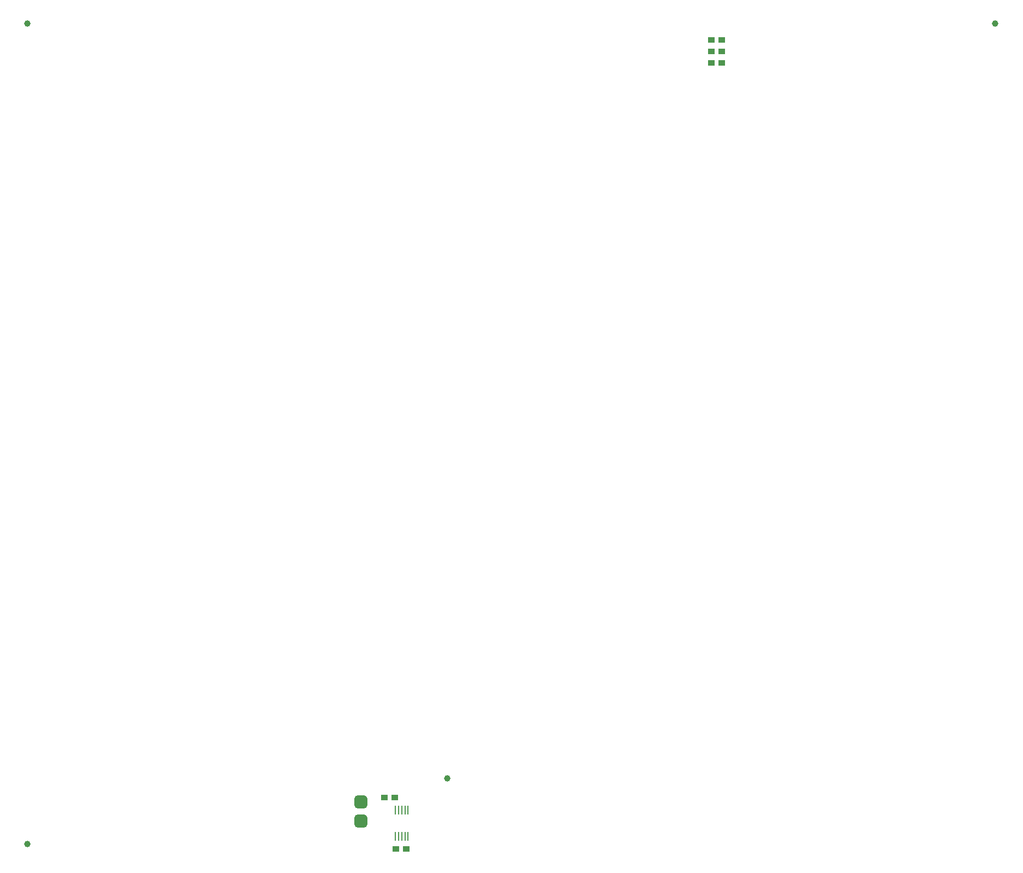
<source format=gbp>
%FSAX25Y25*%
%MOIN*%
G70*
G01*
G75*
G04 Layer_Color=128*
%ADD10C,0.00787*%
%ADD11C,0.03937*%
%ADD12C,0.02362*%
%ADD13C,0.10000*%
%ADD14C,0.00800*%
%ADD15C,0.03937*%
%ADD16C,0.00600*%
%ADD17C,0.05000*%
%ADD18C,0.01200*%
%ADD19C,0.02000*%
%ADD20C,0.06496*%
%ADD21R,0.06496X0.06496*%
%ADD22C,0.18110*%
%ADD23C,0.03600*%
%ADD24O,0.00984X0.05709*%
%ADD25R,0.03937X0.03740*%
G04:AMPARAMS|DCode=26|XSize=78.74mil|YSize=78.74mil|CornerRadius=19.69mil|HoleSize=0mil|Usage=FLASHONLY|Rotation=0.000|XOffset=0mil|YOffset=0mil|HoleType=Round|Shape=RoundedRectangle|*
%AMROUNDEDRECTD26*
21,1,0.07874,0.03937,0,0,0.0*
21,1,0.03937,0.07874,0,0,0.0*
1,1,0.03937,0.01969,-0.01969*
1,1,0.03937,-0.01969,-0.01969*
1,1,0.03937,-0.01969,0.01969*
1,1,0.03937,0.01969,0.01969*
%
%ADD26ROUNDEDRECTD26*%
%ADD27C,0.01000*%
%ADD28C,0.02500*%
%ADD29C,0.07874*%
%ADD30C,0.07096*%
%ADD31R,0.07096X0.07096*%
%ADD32C,0.18710*%
%ADD33O,0.01584X0.06309*%
%ADD34R,0.04537X0.04340*%
G04:AMPARAMS|DCode=35|XSize=84.74mil|YSize=84.74mil|CornerRadius=22.69mil|HoleSize=0mil|Usage=FLASHONLY|Rotation=0.000|XOffset=0mil|YOffset=0mil|HoleType=Round|Shape=RoundedRectangle|*
%AMROUNDEDRECTD35*
21,1,0.08474,0.03937,0,0,0.0*
21,1,0.03937,0.08474,0,0,0.0*
1,1,0.04537,0.01969,-0.01969*
1,1,0.04537,-0.01969,-0.01969*
1,1,0.04537,-0.01969,0.01969*
1,1,0.04537,0.01969,0.01969*
%
%ADD35ROUNDEDRECTD35*%
G54D15*
X0119200Y0168400D02*
D03*
X0709200Y0668400D02*
D03*
X0119200D02*
D03*
X0375200Y0208400D02*
D03*
G54D24*
X0351185Y0173104D02*
D03*
X0349216D02*
D03*
X0347248D02*
D03*
X0345279D02*
D03*
X0343311D02*
D03*
X0351185Y0189049D02*
D03*
X0349216D02*
D03*
X0347248D02*
D03*
X0345279D02*
D03*
X0343311D02*
D03*
G54D25*
X0536050Y0658400D02*
D03*
X0542350D02*
D03*
X0536050Y0651400D02*
D03*
X0542350D02*
D03*
X0536050Y0644400D02*
D03*
X0542350D02*
D03*
X0336598Y0196900D02*
D03*
X0342897D02*
D03*
X0350047Y0165400D02*
D03*
X0343748D02*
D03*
G54D26*
X0322310Y0182494D02*
D03*
Y0194306D02*
D03*
M02*

</source>
